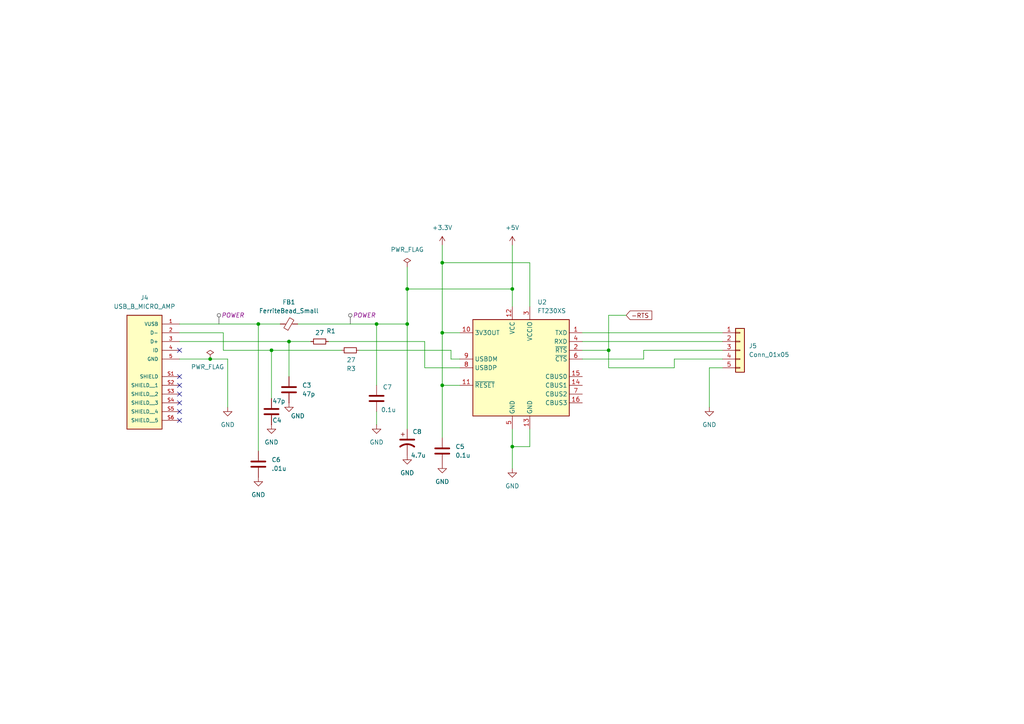
<source format=kicad_sch>
(kicad_sch (version 20231120) (generator "eeschema") (generator_version "8.0")
  (paper "A4")
  (title_block (title "Digital Interface") (date "2024-07-20") (rev "1") (company "Bruce MacKinnon KC1FSZ"))
  (lib_symbols
    (symbol "Connector_Generic:Conn_01x05" (pin_names (offset 1.016) hide)
      (property "Reference" "J" (at 0 7.62 0))
      (property "Value" "Conn_01x05" (at 0 -7.62 0))
      (symbol "Conn_01x05_1_1"
        (rectangle (start -1.27 -4.953) (end 0 -5.207) (stroke (width 0.1524)))
        (rectangle (start -1.27 -2.413) (end 0 -2.667) (stroke (width 0.1524)))
        (rectangle (start -1.27 0.127) (end 0 -0.127) (stroke (width 0.1524)))
        (rectangle (start -1.27 2.667) (end 0 2.413) (stroke (width 0.1524)))
        (rectangle (start -1.27 5.207) (end 0 4.953) (stroke (width 0.1524)))
        (rectangle (start -1.27 6.35) (end 1.27 -6.35) (stroke (width 0.254)) (fill (type background)))
        (pin passive line (at -5.08 5.08 0) (length 3.81) (name "Pin_1") (number "1"))
        (pin passive line (at -5.08 2.54 0) (length 3.81) (name "Pin_2") (number "2"))
        (pin passive line (at -5.08 0 0) (length 3.81) (name "Pin_3") (number "3"))
        (pin passive line (at -5.08 -2.54 0) (length 3.81) (name "Pin_4") (number "4"))
        (pin passive line (at -5.08 -5.08 0) (length 3.81) (name "Pin_5") (number "5"))
      )
    )
    (symbol "Device:C" (pin_numbers hide) (pin_names (offset 0.254))
      (property "Reference" "C" (at 0.635 2.54 0))
      (property "Value" "C" (at 0.635 -2.54 0))
      (symbol "C_0_1"
        (polyline (pts (xy -2.032 -0.762) (xy 2.032 -0.762)) (stroke (width 0.508)))
        (polyline (pts (xy -2.032 0.762) (xy 2.032 0.762)) (stroke (width 0.508)))
      )
      (symbol "C_1_1"
        (pin passive line (at 0 3.81 270) (length 2.794) (name "~") (number "1"))
        (pin passive line (at 0 -3.81 90) (length 2.794) (name "~") (number "2"))
      )
    )
    (symbol "Device:C_Polarized_US" (pin_numbers hide) (pin_names (offset 0.254) hide)
      (property "Reference" "C" (at 0.635 2.54 0))
      (property "Value" "C_Polarized_US" (at 0.635 -2.54 0))
      (symbol "C_Polarized_US_0_1"
        (polyline (pts (xy -2.032 0.762) (xy 2.032 0.762)) (stroke (width 0.508)))
        (polyline (pts (xy -1.778 2.286) (xy -0.762 2.286)))
        (polyline (pts (xy -1.27 1.778) (xy -1.27 2.794)))
        (arc (start 2.032 -1.27) (mid 0 -0.5572) (end -2.032 -1.27) (stroke (width 0.508)))
      )
      (symbol "C_Polarized_US_1_1"
        (pin passive line (at 0 3.81 270) (length 2.794) (name "~") (number "1"))
        (pin passive line (at 0 -3.81 90) (length 3.302) (name "~") (number "2"))
      )
    )
    (symbol "Device:FerriteBead_Small" (pin_numbers hide) (pin_names (offset 0))
      (property "Reference" "FB" (at 1.905 1.27 0))
      (property "Value" "FerriteBead_Small" (at 1.905 -1.27 0))
      (symbol "FerriteBead_Small_0_1"
        (polyline (pts (xy 0 -1.27) (xy 0 -0.7874)))
        (polyline (pts (xy 0 0.889) (xy 0 1.2954)))
        (polyline (pts (xy -1.8288 0.2794) (xy -1.1176 1.4986) (xy 1.8288 -0.2032) (xy 1.1176 -1.4224) (xy -1.8288 0.2794)))
      )
      (symbol "FerriteBead_Small_1_1"
        (pin passive line (at 0 2.54 270) (length 1.27) (name "~") (number "1"))
        (pin passive line (at 0 -2.54 90) (length 1.27) (name "~") (number "2"))
      )
    )
    (symbol "Device:R_Small" (pin_numbers hide) (pin_names (offset 0.254) hide)
      (property "Reference" "R" (at 0.762 0.508 0))
      (property "Value" "R_Small" (at 0.762 -1.016 0))
      (symbol "R_Small_0_1"
        (rectangle (start -0.762 1.778) (end 0.762 -1.778) (stroke (width 0.2032)))
      )
      (symbol "R_Small_1_1"
        (pin passive line (at 0 2.54 270) (length 0.762) (name "~") (number "1"))
        (pin passive line (at 0 -2.54 90) (length 0.762) (name "~") (number "2"))
      )
    )
    (symbol "Interface_USB:FT230XS"
      (property "Reference" "U" (at -13.97 15.24 0))
      (property "Value" "FT230XS" (at 7.62 15.24 0))
      (symbol "FT230XS_0_1"
        (rectangle (start -13.97 13.97) (end 13.97 -13.97) (stroke (width 0.254)) (fill (type background)))
      )
      (symbol "FT230XS_1_1"
        (pin output line (at 17.78 10.16 180) (length 3.81) (name "TXD") (number "1"))
        (pin power_out line (at -17.78 10.16 0) (length 3.81) (name "3V3OUT") (number "10"))
        (pin input line (at -17.78 -5.08 0) (length 3.81) (name "~{RESET}") (number "11"))
        (pin power_in line (at -2.54 17.78 270) (length 3.81) (name "VCC") (number "12"))
        (pin power_in line (at 2.54 -17.78 90) (length 3.81) (name "GND") (number "13"))
        (pin bidirectional line (at 17.78 -5.08 180) (length 3.81) (name "CBUS1") (number "14"))
        (pin bidirectional line (at 17.78 -2.54 180) (length 3.81) (name "CBUS0") (number "15"))
        (pin bidirectional line (at 17.78 -10.16 180) (length 3.81) (name "CBUS3") (number "16"))
        (pin output line (at 17.78 5.08 180) (length 3.81) (name "~{RTS}") (number "2"))
        (pin power_in line (at 2.54 17.78 270) (length 3.81) (name "VCCIO") (number "3"))
        (pin input line (at 17.78 7.62 180) (length 3.81) (name "RXD") (number "4"))
        (pin power_in line (at -2.54 -17.78 90) (length 3.81) (name "GND") (number "5"))
        (pin input line (at 17.78 2.54 180) (length 3.81) (name "~{CTS}") (number "6"))
        (pin bidirectional line (at 17.78 -7.62 180) (length 3.81) (name "CBUS2") (number "7"))
        (pin bidirectional line (at -17.78 0 0) (length 3.81) (name "USBDP") (number "8"))
        (pin bidirectional line (at -17.78 2.54 0) (length 3.81) (name "USBDM") (number "9"))
      )
    )
    (symbol "power:+3.3V" (power) (pin_numbers hide) (pin_names (offset 0) hide)
      (property "Value" "+3.3V" (at 0 3.556 0))
      (symbol "+3.3V_0_1"
        (polyline (pts (xy -0.762 1.27) (xy 0 2.54)))
        (polyline (pts (xy 0 0) (xy 0 2.54)))
        (polyline (pts (xy 0 2.54) (xy 0.762 1.27)))
      )
      (symbol "+3.3V_1_1"
        (pin power_in line (at 0 0 90) (length 0) (name "~") (number "1"))
      )
    )
    (symbol "power:+5V" (power) (pin_numbers hide) (pin_names (offset 0) hide)
      (property "Value" "+5V" (at 0 3.556 0))
      (symbol "+5V_0_1"
        (polyline (pts (xy -0.762 1.27) (xy 0 2.54)))
        (polyline (pts (xy 0 0) (xy 0 2.54)))
        (polyline (pts (xy 0 2.54) (xy 0.762 1.27)))
      )
      (symbol "+5V_1_1"
        (pin power_in line (at 0 0 90) (length 0) (name "~") (number "1"))
      )
    )
    (symbol "power:GND" (power) (pin_numbers hide) (pin_names (offset 0) hide)
      (property "Value" "GND" (at 0 -3.81 0))
      (symbol "GND_0_1"
        (polyline (pts (xy 0 0) (xy 0 -1.27) (xy 1.27 -1.27) (xy 0 -2.54) (xy -1.27 -1.27) (xy 0 -1.27)))
      )
      (symbol "GND_1_1"
        (pin power_in line (at 0 0 270) (length 0) (name "~") (number "1"))
      )
    )
    (symbol "power:PWR_FLAG" (power) (pin_numbers hide) (pin_names (offset 0) hide)
      (property "Value" "PWR_FLAG" (at 0 3.81 0))
      (symbol "PWR_FLAG_0_0"
        (pin power_out line (at 0 0 90) (length 0) (name "~") (number "1"))
      )
      (symbol "PWR_FLAG_0_1"
        (polyline (pts (xy 0 0) (xy 0 1.27) (xy -1.016 1.905) (xy 0 2.54) (xy 1.016 1.905) (xy 0 1.27)))
      )
    )
    (symbol "symbol-library-1:USB_B_MICRO_AMP" (pin_names (offset 1.016))
      (property "Reference" "J" (at -5.0817 10.9286 0))
      (property "Value" "USB_B_MICRO_AMP" (at -5.0819 -25.4097 0))
      (symbol "USB_B_MICRO_AMP_0_0"
        (rectangle (start -5.08 -22.86) (end 5.08 10.16) (stroke (width 0.254)) (fill (type background)))
        (pin passive line (at -10.16 7.62 0) (length 5.08) (name "VUSB") (number "1"))
        (pin passive line (at -10.16 5.08 0) (length 5.08) (name "D-") (number "2"))
        (pin passive line (at -10.16 2.54 0) (length 5.08) (name "D+") (number "3"))
        (pin passive line (at -10.16 0 0) (length 5.08) (name "ID") (number "4"))
        (pin passive line (at -10.16 -2.54 0) (length 5.08) (name "GND") (number "5"))
        (pin passive line (at -10.16 -7.62 0) (length 5.08) (name "SHIELD") (number "S1"))
        (pin passive line (at -10.16 -10.16 0) (length 5.08) (name "SHIELD__1") (number "S2"))
        (pin passive line (at -10.16 -12.7 0) (length 5.08) (name "SHIELD__2") (number "S3"))
        (pin passive line (at -10.16 -15.24 0) (length 5.08) (name "SHIELD__3") (number "S4"))
        (pin passive line (at -10.16 -17.78 0) (length 5.08) (name "SHIELD__4") (number "S5"))
        (pin passive line (at -10.16 -20.32 0) (length 5.08) (name "SHIELD__5") (number "S6"))
      )
    )
  )
  (junction (at 128.27 111.76))
  (junction (at 78.74 101.6))
  (junction (at 74.93 93.98))
  (junction (at 118.11 93.98))
  (junction (at 148.59 83.82))
  (junction (at 128.27 76.2))
  (junction (at 176.53 101.6))
  (junction (at 60.96 104.14))
  (junction (at 118.11 83.82))
  (junction (at 109.22 93.98))
  (junction (at 128.27 96.52))
  (junction (at 83.82 99.06))
  (junction (at 148.59 129.54))
  (no_connect (at 52.07 121.92))
  (no_connect (at 52.07 109.22))
  (no_connect (at 52.07 101.6))
  (no_connect (at 52.07 114.3))
  (no_connect (at 52.07 111.76))
  (no_connect (at 52.07 116.84))
  (no_connect (at 52.07 119.38))
  (wire (pts (xy 176.53 106.68) (xy 195.58 106.68)))
  (wire (pts (xy 78.74 101.6) (xy 99.06 101.6)))
  (wire (pts (xy 109.22 93.98) (xy 118.11 93.98)))
  (wire (pts (xy 181.61 91.44) (xy 176.53 91.44)))
  (wire (pts (xy 128.27 76.2) (xy 153.67 76.2)))
  (wire (pts (xy 83.82 99.06) (xy 83.82 109.22)))
  (wire (pts (xy 168.91 101.6) (xy 176.53 101.6)))
  (wire (pts (xy 168.91 99.06) (xy 209.55 99.06)))
  (wire (pts (xy 52.07 99.06) (xy 83.82 99.06)))
  (wire (pts (xy 153.67 129.54) (xy 148.59 129.54)))
  (wire (pts (xy 168.91 96.52) (xy 209.55 96.52)))
  (wire (pts (xy 52.07 96.52) (xy 64.77 96.52)))
  (wire (pts (xy 52.07 104.14) (xy 60.96 104.14)))
  (wire (pts (xy 128.27 96.52) (xy 128.27 111.76)))
  (wire (pts (xy 133.35 96.52) (xy 128.27 96.52)))
  (wire (pts (xy 123.19 99.06) (xy 123.19 106.68)))
  (wire (pts (xy 186.69 101.6) (xy 209.55 101.6)))
  (wire (pts (xy 52.07 93.98) (xy 74.93 93.98)))
  (wire (pts (xy 118.11 77.47) (xy 118.11 83.82)))
  (wire (pts (xy 64.77 96.52) (xy 64.77 101.6)))
  (wire (pts (xy 176.53 101.6) (xy 176.53 106.68)))
  (wire (pts (xy 128.27 111.76) (xy 128.27 127)))
  (wire (pts (xy 118.11 93.98) (xy 118.11 83.82)))
  (wire (pts (xy 128.27 71.12) (xy 128.27 76.2)))
  (wire (pts (xy 176.53 91.44) (xy 176.53 101.6)))
  (wire (pts (xy 118.11 83.82) (xy 148.59 83.82)))
  (wire (pts (xy 104.14 101.6) (xy 130.81 101.6)))
  (wire (pts (xy 109.22 119.38) (xy 109.22 123.19)))
  (wire (pts (xy 209.55 106.68) (xy 205.74 106.68)))
  (wire (pts (xy 86.36 93.98) (xy 109.22 93.98)))
  (wire (pts (xy 118.11 93.98) (xy 118.11 124.46)))
  (wire (pts (xy 95.25 99.06) (xy 123.19 99.06)))
  (wire (pts (xy 128.27 96.52) (xy 128.27 76.2)))
  (wire (pts (xy 123.19 106.68) (xy 133.35 106.68)))
  (wire (pts (xy 74.93 93.98) (xy 81.28 93.98)))
  (wire (pts (xy 153.67 124.46) (xy 153.67 129.54)))
  (wire (pts (xy 186.69 104.14) (xy 186.69 101.6)))
  (wire (pts (xy 130.81 101.6) (xy 130.81 104.14)))
  (wire (pts (xy 148.59 83.82) (xy 148.59 88.9)))
  (wire (pts (xy 205.74 106.68) (xy 205.74 118.11)))
  (wire (pts (xy 60.96 104.14) (xy 66.04 104.14)))
  (wire (pts (xy 148.59 71.12) (xy 148.59 83.82)))
  (wire (pts (xy 130.81 104.14) (xy 133.35 104.14)))
  (wire (pts (xy 133.35 111.76) (xy 128.27 111.76)))
  (wire (pts (xy 83.82 99.06) (xy 90.17 99.06)))
  (wire (pts (xy 195.58 106.68) (xy 195.58 104.14)))
  (wire (pts (xy 148.59 124.46) (xy 148.59 129.54)))
  (wire (pts (xy 109.22 93.98) (xy 109.22 111.76)))
  (wire (pts (xy 195.58 104.14) (xy 209.55 104.14)))
  (wire (pts (xy 168.91 104.14) (xy 186.69 104.14)))
  (wire (pts (xy 74.93 93.98) (xy 74.93 130.81)))
  (wire (pts (xy 78.74 101.6) (xy 78.74 115.57)))
  (wire (pts (xy 64.77 101.6) (xy 78.74 101.6)))
  (wire (pts (xy 148.59 129.54) (xy 148.59 135.89)))
  (wire (pts (xy 153.67 76.2) (xy 153.67 88.9)))
  (wire (pts (xy 66.04 104.14) (xy 66.04 118.11)))
  (global_label "-RTS" (shape input) (at 181.61 91.44 0) (property "Intersheetrefs" "${INTERSHEET_REFS}" (effects (hide yes))))
  (netclass_flag "" (length 2.54) (shape round) (at 63.5 93.98 0) (property "Netclass" "POWER" (at 64.1985 91.44 0) (effects (font (italic yes)) (justify left))))
  (netclass_flag "" (length 2.54) (shape round) (at 101.6 93.98 0) (property "Netclass" "POWER" (at 102.2985 91.44 0) (effects (font (italic yes)) (justify left))))
  (symbol (lib_id "power:GND") (at 205.74 118.11 0) (unit 1)
    (property "Reference" "#PWR011" (effects (hide yes)))
    (property "Value" "GND" (at 205.74 123.19 0))
    (property "Description" "Power symbol creates a global label with name \"GND\" , ground" (effects (hide yes)))
  )
  (symbol (lib_id "power:+3.3V") (at 128.27 71.12 0) (unit 1)
    (property "Reference" "#PWR013" (effects (hide yes)))
    (property "Value" "+3.3V" (at 128.27 66.04 0))
    (property "Description" "Power symbol creates a global label with name \"+3.3V\"" (effects (hide yes)))
  )
  (symbol (lib_id "Device:C") (at 83.82 113.03 0) (unit 1)
    (property "Reference" "C3" (at 87.63 111.7599 0) (effects (justify left)))
    (property "Value" "47p" (at 87.63 114.2999 0) (effects (justify left)))
    (property "Footprint" "Capacitor_SMD:C_0805_2012Metric_Pad1.18x1.45mm_HandSolder" (effects (hide yes)))
    (property "Description" "Unpolarized capacitor" (effects (hide yes)))
  )
  (symbol (lib_id "power:GND") (at 109.22 123.19 0) (unit 1)
    (property "Reference" "#PWR08" (effects (hide yes)))
    (property "Value" "GND" (at 109.22 128.27 0))
    (property "Description" "Power symbol creates a global label with name \"GND\" , ground" (effects (hide yes)))
  )
  (symbol (lib_id "power:GND") (at 83.82 116.84 0) (unit 1)
    (property "Reference" "#PWR02" (effects (hide yes)))
    (property "Value" "GND" (at 86.36 120.65 0))
    (property "Description" "Power symbol creates a global label with name \"GND\" , ground" (effects (hide yes)))
  )
  (symbol (lib_id "power:GND") (at 66.04 118.11 0) (unit 1)
    (property "Reference" "#PWR06" (effects (hide yes)))
    (property "Value" "GND" (at 66.04 123.19 0))
    (property "Description" "Power symbol creates a global label with name \"GND\" , ground" (effects (hide yes)))
  )
  (symbol (lib_id "Device:R_Small") (at 92.71 99.06 90) (unit 1)
    (property "Reference" "R1" (at 96.012 96.012 90))
    (property "Value" "27" (at 92.71 96.52 90))
    (property "Footprint" "Resistor_SMD:R_0805_2012Metric_Pad1.20x1.40mm_HandSolder" (effects (hide yes)))
    (property "Description" "Resistor, small symbol" (effects (hide yes)))
  )
  (symbol (lib_id "Interface_USB:FT230XS") (at 151.13 106.68 0) (unit 1)
    (property "Reference" "U2" (at 155.8641 87.63 0) (effects (justify left)))
    (property "Value" "FT230XS" (at 155.8641 90.17 0) (effects (justify left)))
    (property "Footprint" "Package_SO:SSOP-16_3.9x4.9mm_P0.635mm" (effects (hide yes)))
    (property "Datasheet" "https://www.ftdichip.com/Support/Documents/DataSheets/ICs/DS_FT230X.pdf" (effects (hide yes)))
    (property "Description" "Full Speed USB to Basic UART, SSOP-16" (effects (hide yes)))
  )
  (symbol (lib_id "symbol-library-1:USB_B_MICRO_AMP") (at 41.91 101.6 0) (mirror y) (unit 1)
    (property "Reference" "J4" (at 41.91 86.36 0))
    (property "Value" "USB_B_MICRO_AMP" (at 41.91 88.9 0))
    (property "Footprint" "bruce-footprints:AMPHENOL_10118193-0001LF" (effects (hide yes)))
    (property "PARTREV" "E" (effects (hide yes)))
    (property "MANUFACTURER" "Amphenol FCI" (effects (hide yes)))
    (property "MAXIMUM_PACKAGE_HEIGHT" "2.55 mm" (effects (hide yes)))
    (property "STANDARD" "Manufacturer Recommendations" (effects (hide yes)))
  )
  (symbol (lib_id "Device:C") (at 74.93 134.62 0) (unit 1)
    (property "Reference" "C6" (at 78.74 133.3499 0) (effects (justify left)))
    (property "Value" ".01u" (at 78.74 135.8899 0) (effects (justify left)))
    (property "Footprint" "Capacitor_SMD:C_0805_2012Metric_Pad1.18x1.45mm_HandSolder" (effects (hide yes)))
    (property "Description" "Unpolarized capacitor" (effects (hide yes)))
  )
  (symbol (lib_id "power:GND") (at 128.27 134.62 0) (unit 1)
    (property "Reference" "#PWR05" (effects (hide yes)))
    (property "Value" "GND" (at 128.27 139.7 0))
    (property "Description" "Power symbol creates a global label with name \"GND\" , ground" (effects (hide yes)))
  )
  (symbol (lib_id "Connector_Generic:Conn_01x05") (at 214.63 101.6 0) (unit 1)
    (property "Reference" "J5" (at 217.17 100.3299 0) (effects (justify left)))
    (property "Value" "Conn_01x05" (at 217.17 102.8699 0) (effects (justify left)))
    (property "Footprint" "Connector_PinHeader_2.54mm:PinHeader_1x05_P2.54mm_Vertical" (effects (hide yes)))
    (property "Description" "Generic connector, single row, 01x05, script generated (kicad-library-utils/schlib/autogen/connector/)" (effects (hide yes)))
  )
  (symbol (lib_id "Device:C") (at 128.27 130.81 0) (unit 1)
    (property "Reference" "C5" (at 132.08 129.5399 0) (effects (justify left)))
    (property "Value" "0.1u" (at 132.08 132.0799 0) (effects (justify left)))
    (property "Footprint" "Capacitor_SMD:C_0805_2012Metric_Pad1.18x1.45mm_HandSolder" (effects (hide yes)))
    (property "Description" "Unpolarized capacitor" (effects (hide yes)))
  )
  (symbol (lib_id "power:GND") (at 74.93 138.43 0) (unit 1)
    (property "Reference" "#PWR07" (effects (hide yes)))
    (property "Value" "GND" (at 74.93 143.51 0))
    (property "Description" "Power symbol creates a global label with name \"GND\" , ground" (effects (hide yes)))
  )
  (symbol (lib_id "power:PWR_FLAG") (at 118.11 77.47 0) (unit 1)
    (property "Reference" "#FLG01" (effects (hide yes)))
    (property "Value" "PWR_FLAG" (at 118.11 72.39 0))
    (property "Description" "Special symbol for telling ERC where power comes from" (effects (hide yes)))
  )
  (symbol (lib_id "power:GND") (at 78.74 123.19 0) (unit 1)
    (property "Reference" "#PWR01" (effects (hide yes)))
    (property "Value" "GND" (at 78.74 128.27 0))
    (property "Description" "Power symbol creates a global label with name \"GND\" , ground" (effects (hide yes)))
  )
  (symbol (lib_id "Device:C") (at 78.74 119.38 0) (unit 1)
    (property "Reference" "C4" (at 78.994 121.92 0) (effects (justify left)))
    (property "Value" "47p" (at 78.994 116.332 0) (effects (justify left)))
    (property "Footprint" "Capacitor_SMD:C_0805_2012Metric_Pad1.18x1.45mm_HandSolder" (effects (hide yes)))
    (property "Description" "Unpolarized capacitor" (effects (hide yes)))
  )
  (symbol (lib_id "Device:R_Small") (at 101.6 101.6 90) (unit 1)
    (property "Reference" "R3" (at 101.854 106.934 90))
    (property "Value" "27" (at 101.854 104.394 90))
    (property "Footprint" "Resistor_SMD:R_0805_2012Metric_Pad1.20x1.40mm_HandSolder" (effects (hide yes)))
    (property "Description" "Resistor, small symbol" (effects (hide yes)))
  )
  (symbol (lib_id "Device:C_Polarized_US") (at 118.11 128.27 0) (unit 1)
    (property "Reference" "C8" (at 119.634 125.222 0) (effects (justify left)))
    (property "Value" "4.7u" (at 119.126 132.08 0) (effects (justify left)))
    (property "Footprint" "Capacitor_THT:CP_Radial_D5.0mm_P2.50mm" (effects (hide yes)))
    (property "Description" "Polarized capacitor, US symbol" (effects (hide yes)))
  )
  (symbol (lib_id "power:GND") (at 118.11 132.08 0) (unit 1)
    (property "Reference" "#PWR09" (effects (hide yes)))
    (property "Value" "GND" (at 118.11 137.16 0))
    (property "Description" "Power symbol creates a global label with name \"GND\" , ground" (effects (hide yes)))
  )
  (symbol (lib_id "power:GND") (at 148.59 135.89 0) (unit 1)
    (property "Reference" "#PWR010" (effects (hide yes)))
    (property "Value" "GND" (at 148.59 140.97 0))
    (property "Description" "Power symbol creates a global label with name \"GND\" , ground" (effects (hide yes)))
  )
  (symbol (lib_id "Device:C") (at 109.22 115.57 0) (unit 1)
    (property "Reference" "C7" (at 110.998 112.268 0) (effects (justify left)))
    (property "Value" "0.1u" (at 110.49 118.872 0) (effects (justify left)))
    (property "Footprint" "Capacitor_SMD:C_0805_2012Metric_Pad1.18x1.45mm_HandSolder" (effects (hide yes)))
    (property "Description" "Unpolarized capacitor" (effects (hide yes)))
  )
  (symbol (lib_id "Device:FerriteBead_Small") (at 83.82 93.98 90) (unit 1)
    (property "Reference" "FB1" (at 83.7819 87.63 90))
    (property "Value" "FerriteBead_Small" (at 83.7819 90.17 90))
    (property "Footprint" "Inductor_SMD:L_0805_2012Metric_Pad1.15x1.40mm_HandSolder" (effects (hide yes)))
    (property "Description" "Ferrite bead, small symbol" (effects (hide yes)))
  )
  (symbol (lib_id "power:PWR_FLAG") (at 60.96 104.14 0) (unit 1)
    (property "Reference" "#FLG02" (effects (hide yes)))
    (property "Value" "PWR_FLAG" (at 60.198 106.426 0))
    (property "Description" "Special symbol for telling ERC where power comes from" (effects (hide yes)))
  )
  (symbol (lib_id "power:+5V") (at 148.59 71.12 0) (unit 1)
    (property "Reference" "#PWR012" (effects (hide yes)))
    (property "Value" "+5V" (at 148.59 66.04 0))
    (property "Description" "Power symbol creates a global label with name \"+5V\"" (effects (hide yes)))
  )
)
</source>
